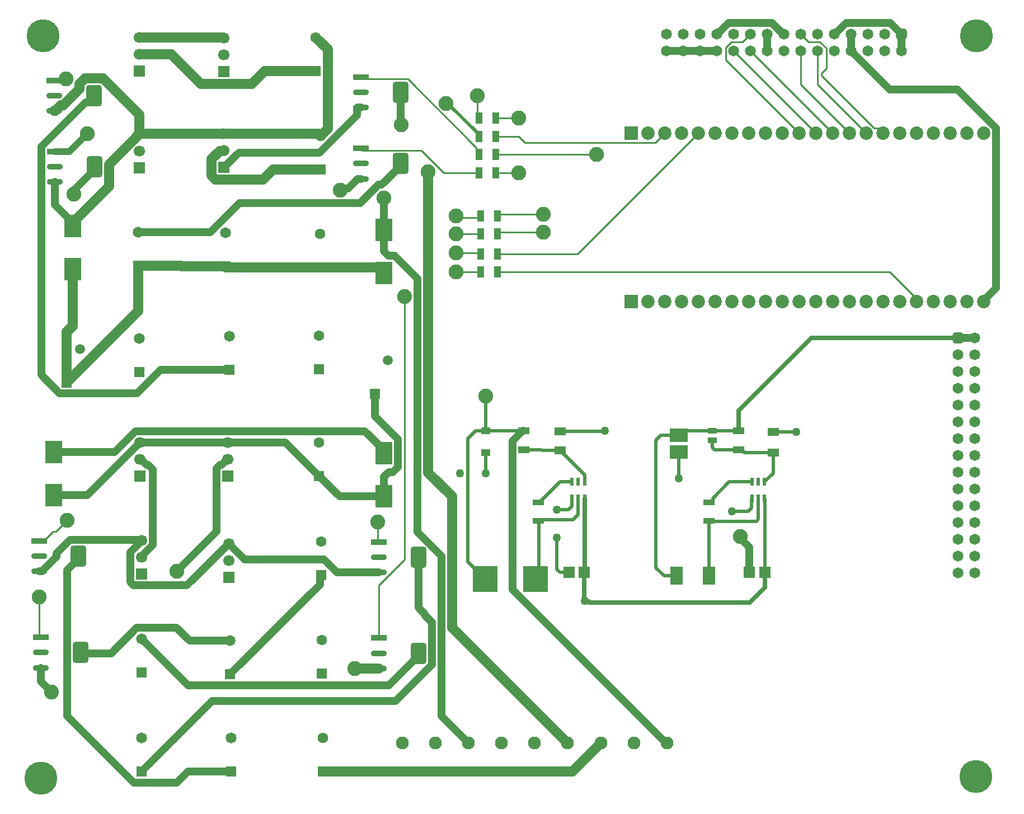
<source format=gtl>
G04*
G04 #@! TF.GenerationSoftware,Altium Limited,Altium Designer,25.2.1 (25)*
G04*
G04 Layer_Physical_Order=1*
G04 Layer_Color=255*
%FSLAX44Y44*%
%MOMM*%
G71*
G04*
G04 #@! TF.SameCoordinates,E4EDD719-2FE0-4279-8059-04D131320F8D*
G04*
G04*
G04 #@! TF.FilePolarity,Positive*
G04*
G01*
G75*
%ADD15C,0.2540*%
%ADD16R,3.8500X4.0000*%
%ADD17R,0.6000X1.2500*%
%ADD18R,1.7000X1.1000*%
%ADD19R,1.8000X1.3000*%
%ADD20R,2.5000X3.5000*%
G04:AMPARAMS|DCode=21|XSize=2.4036mm|YSize=3.2121mm|CornerRadius=0.4567mm|HoleSize=0mm|Usage=FLASHONLY|Rotation=0.000|XOffset=0mm|YOffset=0mm|HoleType=Round|Shape=RoundedRectangle|*
%AMROUNDEDRECTD21*
21,1,2.4036,2.2988,0,0,0.0*
21,1,1.4902,3.2121,0,0,0.0*
1,1,0.9134,0.7451,-1.1494*
1,1,0.9134,-0.7451,-1.1494*
1,1,0.9134,-0.7451,1.1494*
1,1,0.9134,0.7451,1.1494*
%
%ADD21ROUNDEDRECTD21*%
G04:AMPARAMS|DCode=22|XSize=2.4036mm|YSize=0.9121mm|CornerRadius=0.4561mm|HoleSize=0mm|Usage=FLASHONLY|Rotation=0.000|XOffset=0mm|YOffset=0mm|HoleType=Round|Shape=RoundedRectangle|*
%AMROUNDEDRECTD22*
21,1,2.4036,0.0000,0,0,0.0*
21,1,1.4915,0.9121,0,0,0.0*
1,1,0.9121,0.7457,0.0000*
1,1,0.9121,-0.7457,0.0000*
1,1,0.9121,-0.7457,0.0000*
1,1,0.9121,0.7457,0.0000*
%
%ADD22ROUNDEDRECTD22*%
%ADD23R,2.4036X0.9121*%
%ADD24R,1.0557X1.6582*%
%ADD25R,1.9050X2.7900*%
%ADD26R,2.8062X2.1029*%
%ADD27R,1.7582X1.1561*%
%ADD28R,1.3500X1.1000*%
%ADD29R,1.7540X1.8062*%
%ADD30R,1.7000X0.9500*%
%ADD31R,1.3500X0.9500*%
%ADD53C,1.5000*%
%ADD54C,1.2000*%
%ADD55C,0.5000*%
%ADD56C,1.0000*%
%ADD57C,0.6500*%
%ADD58R,1.5180X1.5180*%
%ADD59C,1.5180*%
%ADD60C,2.0250*%
%ADD61R,2.0250X2.0250*%
%ADD62C,1.6500*%
%ADD63R,1.6500X1.6500*%
%ADD64R,1.7000X1.7000*%
%ADD65C,1.7000*%
%ADD66C,1.6000*%
%ADD67R,1.6000X1.6000*%
G04:AMPARAMS|DCode=68|XSize=1.65mm|YSize=1.65mm|CornerRadius=0.4125mm|HoleSize=0mm|Usage=FLASHONLY|Rotation=270.000|XOffset=0mm|YOffset=0mm|HoleType=Round|Shape=RoundedRectangle|*
%AMROUNDEDRECTD68*
21,1,1.6500,0.8250,0,0,270.0*
21,1,0.8250,1.6500,0,0,270.0*
1,1,0.8250,-0.4125,-0.4125*
1,1,0.8250,-0.4125,0.4125*
1,1,0.8250,0.4125,0.4125*
1,1,0.8250,0.4125,-0.4125*
%
%ADD68ROUNDEDRECTD68*%
%ADD69C,1.9500*%
G04:AMPARAMS|DCode=70|XSize=1.65mm|YSize=1.65mm|CornerRadius=0.4125mm|HoleSize=0mm|Usage=FLASHONLY|Rotation=180.000|XOffset=0mm|YOffset=0mm|HoleType=Round|Shape=RoundedRectangle|*
%AMROUNDEDRECTD70*
21,1,1.6500,0.8250,0,0,180.0*
21,1,0.8250,1.6500,0,0,180.0*
1,1,0.8250,-0.4125,0.4125*
1,1,0.8250,0.4125,0.4125*
1,1,0.8250,0.4125,-0.4125*
1,1,0.8250,-0.4125,-0.4125*
%
%ADD70ROUNDEDRECTD70*%
%ADD71C,2.2500*%
%ADD72C,1.2700*%
%ADD73C,5.0000*%
D15*
X43997Y698000D02*
X51455D01*
X65340Y711886D01*
X69886D01*
X87000Y729000D01*
X677500Y1187500D02*
X709738D01*
X675000Y1190000D02*
X677500Y1187500D01*
X557000Y696997D02*
X557997Y696000D01*
X557000Y696997D02*
Y727000D01*
X596850Y669558D02*
Y1067680D01*
X597170Y1068000D01*
X66997Y1395000D02*
X69181Y1397184D01*
X85073D01*
X707000Y1340238D02*
Y1372000D01*
Y1340238D02*
X709738Y1337500D01*
X44000Y555000D02*
X47000Y552000D01*
X44000Y555000D02*
Y613000D01*
X557997Y630705D02*
X596850Y669558D01*
X557997Y551000D02*
Y630705D01*
X530997Y1292000D02*
X534127Y1288871D01*
X622427D01*
X656298Y1255000D01*
X709738D01*
X705729Y1286509D02*
X709738Y1282500D01*
X705729Y1286509D02*
Y1293065D01*
X601924Y1396871D02*
X705729Y1293065D01*
X534127Y1396871D02*
X601924D01*
X530997Y1400000D02*
X534127Y1396871D01*
X675000Y1134000D02*
X710738D01*
X712238Y1132500D01*
X675000Y1162460D02*
X712198D01*
X712238Y1162500D01*
X735262Y1337500D02*
X770000D01*
X1228132Y1402175D02*
Y1406006D01*
Y1402175D02*
X1307829Y1322478D01*
X1313522D02*
X1321000Y1315000D01*
X1235340Y1413213D02*
Y1443315D01*
X1307829Y1322478D02*
X1313522D01*
X1228132Y1406006D02*
X1235340Y1413213D01*
X1196600Y1388600D02*
X1270200Y1315000D01*
X1095000Y1439500D02*
X1219400Y1315100D01*
X1225833Y1452822D02*
X1235340Y1443315D01*
X1208778Y1452822D02*
X1225833D01*
X1196600Y1465000D02*
X1208778Y1452822D01*
X1222000Y1388600D02*
X1295600Y1315000D01*
X1222000Y1388600D02*
Y1439600D01*
X1196600Y1388600D02*
Y1439600D01*
X1082940Y1426060D02*
X1194000Y1315000D01*
X1082940Y1426060D02*
Y1444595D01*
X1091285Y1452940D01*
X1108340D01*
X1120400Y1465000D01*
X1244800Y1315000D02*
Y1315100D01*
X1120400Y1439500D02*
X1244800Y1315100D01*
X1120400Y1439500D02*
Y1439600D01*
X1219400Y1315000D02*
Y1315100D01*
X1095000Y1439500D02*
Y1439600D01*
X976865Y1301065D02*
X990800Y1315000D01*
X778935Y1301065D02*
X976865D01*
X770000Y1310000D02*
X778935Y1301065D01*
X737762Y1132500D02*
X859100D01*
X1041600Y1315000D01*
X737762Y1162500D02*
X740262Y1165000D01*
X807500D01*
X735262Y1282500D02*
X887500D01*
X735262Y1310000D02*
X770000D01*
X735262Y1255000D02*
X770000D01*
X740262Y1192500D02*
X807500D01*
X737762Y1190000D02*
X740262Y1192500D01*
X1331300Y1105000D02*
X1368800Y1067500D01*
X737762Y1105000D02*
X1331300D01*
X709738Y1187500D02*
X712238Y1190000D01*
X675000Y1105000D02*
X712238D01*
D16*
X795750Y640000D02*
D03*
X719250D02*
D03*
D17*
X850500Y787500D02*
D03*
X860000D02*
D03*
X869500D02*
D03*
Y762500D02*
D03*
X860000D02*
D03*
X850500D02*
D03*
X1123000D02*
D03*
X1132500D02*
D03*
X1142000D02*
D03*
Y787500D02*
D03*
X1132500D02*
D03*
X1123000D02*
D03*
D18*
X777500Y835500D02*
D03*
Y864500D02*
D03*
X1102500Y836000D02*
D03*
Y865000D02*
D03*
D19*
X1155000Y863000D02*
D03*
Y832000D02*
D03*
D20*
X566000Y830500D02*
D03*
Y765500D02*
D03*
X95000Y1174500D02*
D03*
Y1109500D02*
D03*
X566000Y1168500D02*
D03*
Y1103500D02*
D03*
X66000Y832500D02*
D03*
Y767500D02*
D03*
D21*
X618003Y528000D02*
D03*
X127003Y1372000D02*
D03*
X128003Y1264000D02*
D03*
X591003Y1269000D02*
D03*
Y1377000D02*
D03*
X104003Y675000D02*
D03*
X618003Y673000D02*
D03*
X107006Y529000D02*
D03*
D22*
X557997Y505000D02*
D03*
Y528000D02*
D03*
X66997Y1372000D02*
D03*
Y1349000D02*
D03*
X67997Y1241000D02*
D03*
Y1264000D02*
D03*
X530997Y1246000D02*
D03*
Y1269000D02*
D03*
Y1354000D02*
D03*
Y1377000D02*
D03*
X43997Y652000D02*
D03*
Y675000D02*
D03*
X557997Y673000D02*
D03*
Y650000D02*
D03*
X47000Y506000D02*
D03*
Y529000D02*
D03*
D23*
X557997Y551000D02*
D03*
X66997Y1395000D02*
D03*
X67997Y1287000D02*
D03*
X530997Y1292000D02*
D03*
Y1400000D02*
D03*
X43997Y698000D02*
D03*
X557997Y696000D02*
D03*
X47000Y552000D02*
D03*
D24*
X712238Y1162500D02*
D03*
X737762D02*
D03*
X735262Y1310000D02*
D03*
X709738D02*
D03*
X735262Y1337500D02*
D03*
X709738D02*
D03*
X735262Y1282500D02*
D03*
X709738D02*
D03*
X735262Y1255000D02*
D03*
X709738D02*
D03*
X737762Y1190000D02*
D03*
X712238D02*
D03*
Y1132500D02*
D03*
X737762D02*
D03*
X712238Y1105000D02*
D03*
X737762D02*
D03*
D25*
X1008990Y645000D02*
D03*
X1057500D02*
D03*
D26*
X1012500Y857500D02*
D03*
Y832488D02*
D03*
D27*
X832500Y863522D02*
D03*
Y835000D02*
D03*
D28*
X720000Y832000D02*
D03*
Y865000D02*
D03*
D29*
X1118978Y650000D02*
D03*
X1142500D02*
D03*
X845739D02*
D03*
X869261D02*
D03*
D30*
X800000Y728500D02*
D03*
Y756500D02*
D03*
X1057500Y728500D02*
D03*
Y756500D02*
D03*
D31*
X1062500Y850000D02*
D03*
Y865000D02*
D03*
D53*
X566000Y1103500D02*
Y1107200D01*
X561000Y1112200D02*
X566000Y1107200D01*
X469000Y1112200D02*
X561000D01*
X95000Y1179500D02*
X150061Y1234561D01*
Y1267880D01*
X86120Y937500D02*
X194000Y1045380D01*
Y1114200D01*
X326000Y1113200D02*
X327000Y1112200D01*
X469000D01*
X260125Y1113200D02*
X326000D01*
X259125Y1114200D02*
X260125Y1113200D01*
X194000Y1114200D02*
X259125D01*
X86120Y937500D02*
Y1014060D01*
X95000Y1022940D01*
Y1109500D01*
X633000Y801321D02*
X669141Y765180D01*
Y566859D02*
Y765180D01*
Y566859D02*
X844000Y392000D01*
X633000Y801321D02*
Y1257000D01*
X195617Y1313383D02*
X196000Y1313000D01*
X195617Y1313383D02*
Y1342988D01*
X140504Y1398101D02*
X195617Y1342988D01*
X113501Y1398101D02*
X140504D01*
X104945Y1389544D02*
X113501Y1398101D01*
X104945Y1381842D02*
Y1389544D01*
X80502Y1357399D02*
X104945Y1381842D01*
X76975Y1357399D02*
X80502D01*
X68576Y1349000D02*
X76975Y1357399D01*
X66997Y1349000D02*
X68576D01*
X311341Y1244660D02*
X382751D01*
X398091Y1260000D02*
X470000D01*
X382751Y1244660D02*
X398091Y1260000D01*
X469729Y1310800D02*
X470000D01*
X324000Y1314000D02*
X466529D01*
X469729Y1310800D01*
X150061Y1267880D02*
X188321Y1306140D01*
X195459Y1313000D02*
X196000D01*
X188599Y1306140D02*
X195459Y1313000D01*
X188321Y1306140D02*
X188599D01*
X196000Y1313000D02*
X196541D01*
X522000Y505000D02*
X557997D01*
X470000Y1310800D02*
Y1311071D01*
X481040Y1322111D01*
Y1441689D01*
X463000Y1459729D02*
X481040Y1441689D01*
X463000Y1459729D02*
Y1460000D01*
X474000Y349200D02*
X851200D01*
X894000Y392000D01*
X323617Y1288217D02*
X324000Y1288600D01*
X317819Y1288217D02*
X323617D01*
X305460Y1275859D02*
X317819Y1288217D01*
X305460Y1250541D02*
Y1275859D01*
Y1250541D02*
X311341Y1244660D01*
X196541Y1313000D02*
X197541Y1314000D01*
X324000D01*
X385505Y1409200D02*
X463000D01*
X365965Y1389660D02*
X385505Y1409200D01*
X288970Y1389660D02*
X365965D01*
X244230Y1434400D02*
X288970Y1389660D01*
X196000Y1434400D02*
X244230D01*
X323459Y1459000D02*
X324000D01*
X322659Y1459800D02*
X323459Y1459000D01*
X196000Y1459800D02*
X322659D01*
D54*
X127003Y1367957D02*
Y1372000D01*
X120985Y1361939D02*
X127003Y1367957D01*
X114281Y1361939D02*
X120985D01*
X47439Y1295098D02*
X114281Y1361939D01*
X47439Y948923D02*
Y1295098D01*
Y948923D02*
X74993Y921370D01*
X192747D01*
X228377Y957000D01*
X332000D01*
X591501Y1328499D02*
X592000Y1328000D01*
X591501Y1328499D02*
Y1376501D01*
X591003Y1377000D02*
X591501Y1376501D01*
X591003Y1264957D02*
Y1269000D01*
X562836Y1236790D02*
X591003Y1264957D01*
X557803Y1236790D02*
X562836D01*
X530223Y1209210D02*
X557803Y1236790D01*
X347465Y1209210D02*
X530223D01*
X303255Y1165000D02*
X347465Y1209210D01*
X194000Y1165000D02*
X303255D01*
X104003Y670957D02*
Y675000D01*
X86448Y653402D02*
X104003Y670957D01*
X86448Y433175D02*
Y653402D01*
Y433175D02*
X187213Y332410D01*
X252711D01*
X269501Y349200D01*
X335000D01*
X469000Y644000D02*
X471000Y646000D01*
X469000Y632200D02*
Y644000D01*
X333000Y496200D02*
X469000Y632200D01*
X47000Y485000D02*
X63000Y469000D01*
X253000Y652000D02*
X312960Y711960D01*
X618003Y523957D02*
Y528000D01*
X573456Y479410D02*
X618003Y523957D01*
X269390Y479410D02*
X573456D01*
X199000Y549800D02*
X269390Y479410D01*
X199000Y349200D02*
X305721Y455921D01*
X583405D01*
X107006Y529000D02*
X108006Y528000D01*
X153455D01*
X192045Y566590D01*
X252119D01*
X271709Y547000D01*
X333000D01*
X312960Y711960D02*
Y808237D01*
X317963Y813240D01*
X320287D01*
X328647Y821600D01*
X330000D01*
X181960Y636163D02*
X186963Y631160D01*
X268160D01*
X181960Y636163D02*
Y680658D01*
X331000Y694000D02*
X355000Y670000D01*
X475077D02*
X495077Y650000D01*
X355000Y670000D02*
X475077D01*
X1068139Y1465861D02*
X1069000Y1465000D01*
X1068000Y1466000D02*
X1068139Y1465861D01*
X1071679D01*
X653101Y432899D02*
X694000Y392000D01*
X653101Y432899D02*
Y675383D01*
X616960Y711524D02*
X653101Y675383D01*
X616960Y711524D02*
Y1094617D01*
X582037Y1129540D02*
X616960Y1094617D01*
X573030Y1129540D02*
X582037D01*
X566000Y1136570D02*
X573030Y1129540D01*
X566000Y1136570D02*
Y1168500D01*
X628960Y584356D02*
X638561Y574755D01*
Y511077D02*
Y574755D01*
X628960Y584356D02*
Y586330D01*
X583405Y455921D02*
X638561Y511077D01*
X618003Y597287D02*
X628960Y586330D01*
X500000Y1229000D02*
X502009Y1231009D01*
X511428D02*
X526419Y1246000D01*
X502009Y1231009D02*
X511428D01*
X468166Y1285574D02*
X524979Y1342388D01*
X346374Y1285574D02*
X468166D01*
X324000Y1263200D02*
X346374Y1285574D01*
X524979Y1342388D02*
Y1352561D01*
X526419Y1354000D01*
X530997D01*
X618003Y597287D02*
Y673000D01*
X268160Y631160D02*
X331000Y694000D01*
X181960Y680658D02*
X199000Y697698D01*
Y699000D01*
Y673600D02*
Y674902D01*
X216040Y691942D01*
Y806237D01*
X209037Y813240D02*
X216040Y806237D01*
X206713Y813240D02*
X209037D01*
X198353Y821600D02*
X206713Y813240D01*
X197000Y821600D02*
X198353D01*
X552120Y886457D02*
Y920500D01*
Y886457D02*
X587040Y851537D01*
Y809463D02*
Y851537D01*
X579809Y802231D02*
X587040Y809463D01*
X573231Y802231D02*
X579809D01*
X566000Y795000D02*
X573231Y802231D01*
X566000Y765500D02*
Y795000D01*
X498700Y765500D02*
X566000D01*
X468000Y796200D02*
X498700Y765500D01*
X417200Y847000D02*
X468000Y796200D01*
X330000Y847000D02*
X417200D01*
X197000D02*
X330000D01*
X117500Y767500D02*
X197000Y847000D01*
X66000Y767500D02*
X117500D01*
X66000Y832500D02*
X158402D01*
X189942Y864040D01*
X566000Y830500D02*
Y835500D01*
X537460Y864040D02*
X566000Y835500D01*
X189942Y864040D02*
X537460D01*
X198399Y699601D02*
X199000Y699000D01*
X91123Y699601D02*
X198399D01*
X70569Y679047D02*
X91123Y699601D01*
X70569Y673993D02*
Y679047D01*
X48576Y652000D02*
X70569Y673993D01*
X43997Y652000D02*
X48576D01*
X47000Y485000D02*
Y506000D01*
X495077Y650000D02*
X557997D01*
X526419Y1246000D02*
X530997D01*
X97000Y1223000D02*
X99009Y1225009D01*
Y1230964D01*
X128003Y1259957D01*
Y1264000D01*
X67997Y1206503D02*
Y1241000D01*
Y1206503D02*
X95000Y1179500D01*
Y1174500D02*
Y1179500D01*
X566000Y1168500D02*
Y1217000D01*
X1473400Y1060000D02*
Y1062232D01*
X1492065Y1080897D01*
Y1322731D01*
X1434061Y1380735D02*
X1492065Y1322731D01*
X1331665Y1380735D02*
X1434061D01*
X1272800Y1439600D02*
X1331665Y1380735D01*
X1169982Y1465000D02*
X1171200D01*
X1153192Y1481790D02*
X1169982Y1465000D01*
X1087608Y1481790D02*
X1153192D01*
X1071679Y1465861D02*
X1087608Y1481790D01*
X1069000Y1465000D02*
X1069600D01*
X1044200Y1439600D02*
X1069600D01*
X1018800D02*
X1044200D01*
X993400D02*
X1018800D01*
X1435000Y1005300D02*
X1460400D01*
X775500Y864500D02*
X777500D01*
X760460Y849460D02*
X775500Y864500D01*
X760460Y623963D02*
Y849460D01*
Y623963D02*
X992423Y392000D01*
X994000D01*
X1118978Y650000D02*
Y688181D01*
X1105000Y702159D02*
X1118978Y688181D01*
X1105000Y702159D02*
Y705000D01*
X1332210Y1481790D02*
X1349000Y1465000D01*
X1265408Y1481790D02*
X1332210D01*
X1248618Y1465000D02*
X1265408Y1481790D01*
X1247400Y1465000D02*
X1248618D01*
X1272800Y1439600D02*
Y1465000D01*
X1349000Y1439600D02*
Y1465000D01*
X1145800Y1439600D02*
Y1465000D01*
X1155000Y863000D02*
X1157500D01*
X832500Y863522D02*
X835071D01*
X795750Y640000D02*
X797500Y641750D01*
D55*
X1122500Y747500D02*
Y762500D01*
X850000Y750000D02*
Y762500D01*
X827689Y654811D02*
Y702500D01*
X720000Y864500D02*
X777500D01*
X692500Y666750D02*
Y852500D01*
Y666750D02*
X719250Y640000D01*
X692500Y852500D02*
X705000Y865000D01*
X662638Y1360112D02*
X709738Y1313012D01*
X660112Y1360112D02*
X662638D01*
X1142500Y650000D02*
Y762500D01*
X1012500Y865000D02*
X1062500Y865000D01*
X1102500Y865000D02*
X1105000D01*
X1062500Y865000D02*
X1102500Y865000D01*
X720000Y865000D02*
Y917500D01*
X709738Y1310000D02*
Y1313012D01*
X1105500Y833000D02*
X1110429D01*
X1111429Y832000D01*
X1155000D01*
Y800500D02*
Y832000D01*
X1102500Y836000D02*
X1105500Y833000D01*
X1142000Y787500D02*
X1155000Y800500D01*
X1157500Y863000D02*
X1190000D01*
X897916Y865000D02*
X900000D01*
X835071Y863522D02*
X896438D01*
X897916Y865000D01*
X1057500Y727500D02*
X1129571D01*
X1132500Y730429D02*
Y762500D01*
X1129571Y727500D02*
X1132500Y730429D01*
X1012500Y792500D02*
Y832488D01*
X827500Y745000D02*
X845000D01*
X1117500Y742500D02*
X1122500Y747500D01*
X827689Y654811D02*
X832398Y650102D01*
X845637D01*
X845739Y650000D01*
X1092500Y742500D02*
X1117500D01*
X1057500Y645000D02*
Y727500D01*
Y756500D02*
X1061250D01*
X1088500Y787500D02*
X1123000D01*
X1061250Y756500D02*
X1063500Y758750D01*
Y762500D01*
X1088500Y787500D01*
X845000Y745000D02*
X850000Y750000D01*
X977500Y657500D02*
X990000Y645000D01*
X1008990D01*
X977500Y850000D02*
X985000Y857500D01*
X977500Y657500D02*
Y850000D01*
X860000Y737500D02*
Y762500D01*
X852500Y730000D02*
X860000Y737500D01*
X801500Y730000D02*
X852500D01*
X800000Y728500D02*
X801500Y730000D01*
X1066000Y836000D02*
X1105000D01*
X1062500Y839500D02*
X1066000Y836000D01*
X1062500Y839500D02*
Y850000D01*
X705000Y865000D02*
X720000D01*
X985000Y857500D02*
X1012500Y857500D01*
X832500Y862500D02*
Y863522D01*
X800125Y637500D02*
Y728375D01*
X800000Y728500D02*
X800125Y728375D01*
X720000Y800000D02*
Y832000D01*
X832394Y835108D02*
X832500Y835000D01*
X869571Y797396D01*
X777500Y835500D02*
X832394Y835108D01*
X869500Y787500D02*
X869571Y797396D01*
X832250Y787500D02*
X850500D01*
X801250Y756500D02*
X832250Y787500D01*
D56*
X90000Y1287000D02*
X117000Y1314000D01*
X67997Y1287000D02*
X90000D01*
D57*
X1120000Y605000D02*
X1142500Y627500D01*
X871186Y606314D02*
X875570D01*
X876884Y605000D01*
X870000Y607500D02*
X871186Y606314D01*
X876884Y605000D02*
X1120000D01*
X870000Y650000D02*
Y762500D01*
X869261Y607500D02*
Y650000D01*
X1142500Y627500D02*
Y650000D01*
X1102500Y895000D02*
X1212800Y1005300D01*
X1102500Y865000D02*
Y895000D01*
X1212800Y1005300D02*
X1435000D01*
D58*
X552120Y920500D02*
D03*
X86120Y937500D02*
D03*
D59*
X572000Y971000D02*
D03*
X106000Y988000D02*
D03*
D60*
X1473400Y1060000D02*
D03*
X1448000D02*
D03*
X1422600D02*
D03*
X1397200D02*
D03*
X1371800D02*
D03*
X1346400D02*
D03*
X1321000D02*
D03*
X1295600D02*
D03*
X1270200D02*
D03*
X1244800D02*
D03*
X1219400D02*
D03*
X1194000D02*
D03*
X1168600D02*
D03*
X1143200D02*
D03*
X1117800D02*
D03*
X1092400D02*
D03*
X1067000D02*
D03*
X1041600D02*
D03*
X1016200D02*
D03*
X990800D02*
D03*
X965400D02*
D03*
X1473400Y1315000D02*
D03*
X1448000D02*
D03*
X1422600D02*
D03*
X1397200D02*
D03*
X1371800D02*
D03*
X1346400D02*
D03*
X1321000D02*
D03*
X1295600D02*
D03*
X1270200D02*
D03*
X1244800D02*
D03*
X1219400D02*
D03*
X1194000D02*
D03*
X1168600D02*
D03*
X1143200D02*
D03*
X1117800D02*
D03*
X1092400D02*
D03*
X1067000D02*
D03*
X1041600D02*
D03*
X1016200D02*
D03*
X990800D02*
D03*
X965400D02*
D03*
D61*
X940000Y1060000D02*
D03*
Y1315000D02*
D03*
D62*
X333000Y547000D02*
D03*
X1460400Y649700D02*
D03*
Y675100D02*
D03*
X1435000Y649700D02*
D03*
Y675100D02*
D03*
X1460400Y725900D02*
D03*
X1435000D02*
D03*
X1460400Y751300D02*
D03*
X1435000D02*
D03*
X1460400Y802100D02*
D03*
X1435000D02*
D03*
X1460400Y852900D02*
D03*
X1435000D02*
D03*
X1460400Y929100D02*
D03*
X1435000D02*
D03*
X1460400Y954500D02*
D03*
X1435000D02*
D03*
X1460400Y1005300D02*
D03*
X1435000Y979900D02*
D03*
X1460400D02*
D03*
X1435000Y903700D02*
D03*
X1460400D02*
D03*
X1435000Y878300D02*
D03*
X1460400D02*
D03*
X1435000Y827500D02*
D03*
X1460400D02*
D03*
X1435000Y776700D02*
D03*
X1460400D02*
D03*
X1435000Y700500D02*
D03*
X1460400D02*
D03*
X993400Y1439600D02*
D03*
X1018800D02*
D03*
X993400Y1465000D02*
D03*
X1018800D02*
D03*
X1069600Y1439600D02*
D03*
Y1465000D02*
D03*
X1095000Y1439600D02*
D03*
Y1465000D02*
D03*
X1145800Y1439600D02*
D03*
Y1465000D02*
D03*
X1196600Y1439600D02*
D03*
Y1465000D02*
D03*
X1272800Y1439600D02*
D03*
Y1465000D02*
D03*
X1298200Y1439600D02*
D03*
Y1465000D02*
D03*
X1349000Y1439600D02*
D03*
X1323600Y1465000D02*
D03*
Y1439600D02*
D03*
X1247400Y1465000D02*
D03*
Y1439600D02*
D03*
X1222000Y1465000D02*
D03*
Y1439600D02*
D03*
X1171200Y1465000D02*
D03*
Y1439600D02*
D03*
X1120400Y1465000D02*
D03*
Y1439600D02*
D03*
X1044200Y1465000D02*
D03*
Y1439600D02*
D03*
X196000Y1004000D02*
D03*
X332000Y1007800D02*
D03*
X326000Y1164000D02*
D03*
X194000Y1165000D02*
D03*
X199000Y400000D02*
D03*
X335000D02*
D03*
X199000Y549800D02*
D03*
D63*
X333000Y496200D02*
D03*
X196000Y953200D02*
D03*
X332000Y957000D02*
D03*
X326000Y1113200D02*
D03*
X194000Y1114200D02*
D03*
X199000Y349200D02*
D03*
X335000D02*
D03*
X199000Y499000D02*
D03*
D64*
X331000Y643200D02*
D03*
X196000Y1409000D02*
D03*
X324000Y1408200D02*
D03*
X196000Y1262200D02*
D03*
X324000Y1263200D02*
D03*
X197000Y796200D02*
D03*
X330000D02*
D03*
X199000Y648200D02*
D03*
D65*
X331000Y668600D02*
D03*
Y694000D02*
D03*
X196000Y1434400D02*
D03*
Y1459800D02*
D03*
X324000Y1433600D02*
D03*
Y1459000D02*
D03*
X196000Y1287600D02*
D03*
Y1313000D02*
D03*
X324000Y1288600D02*
D03*
Y1314000D02*
D03*
X197000Y821600D02*
D03*
Y847000D02*
D03*
X330000Y821600D02*
D03*
Y847000D02*
D03*
X199000Y673600D02*
D03*
Y699000D02*
D03*
D66*
X474000Y400000D02*
D03*
X468000Y1008400D02*
D03*
X469000Y1163000D02*
D03*
X470000Y1310800D02*
D03*
X463000Y1460000D02*
D03*
X468000Y847000D02*
D03*
X471000Y696800D02*
D03*
X472000Y548000D02*
D03*
D67*
X474000Y349200D02*
D03*
X468000Y957600D02*
D03*
X469000Y1112200D02*
D03*
X470000Y1260000D02*
D03*
X463000Y1409200D02*
D03*
X468000Y796200D02*
D03*
X471000Y646000D02*
D03*
X472000Y497200D02*
D03*
D68*
X1435000Y1005300D02*
D03*
D69*
X994000Y392000D02*
D03*
X944000D02*
D03*
X894000D02*
D03*
X844000D02*
D03*
X794000D02*
D03*
X744000D02*
D03*
X694000D02*
D03*
X644000D02*
D03*
X594000D02*
D03*
D70*
X1349000Y1465000D02*
D03*
D71*
X592000Y1328000D02*
D03*
X63000Y469000D02*
D03*
X253000Y652000D02*
D03*
X87000Y729000D02*
D03*
X675000Y1190000D02*
D03*
X557000Y727000D02*
D03*
X597170Y1068000D02*
D03*
X85073Y1397184D02*
D03*
X707000Y1372000D02*
D03*
X44000Y613000D02*
D03*
X500000Y1229000D02*
D03*
X117000Y1314000D02*
D03*
X522000Y505000D02*
D03*
X633000Y1257000D02*
D03*
X675000Y1134000D02*
D03*
Y1162460D02*
D03*
X97000Y1223000D02*
D03*
X566000Y1217000D02*
D03*
X660112Y1360112D02*
D03*
X770000Y1337500D02*
D03*
X1105000Y705000D02*
D03*
X720000Y917500D02*
D03*
X807500Y1165000D02*
D03*
X887500Y1282500D02*
D03*
X770000Y1255000D02*
D03*
X807500Y1192500D02*
D03*
X675000Y1105000D02*
D03*
D72*
X681000Y800000D02*
D03*
X870000Y607500D02*
D03*
X1190000Y863000D02*
D03*
X900000Y865000D02*
D03*
X1092500Y742500D02*
D03*
X1012500Y792500D02*
D03*
X827500Y745000D02*
D03*
Y702500D02*
D03*
X720000Y800000D02*
D03*
D73*
X50000Y1462500D02*
D03*
X1462500D02*
D03*
X47000Y339000D02*
D03*
X1462000Y341000D02*
D03*
M02*

</source>
